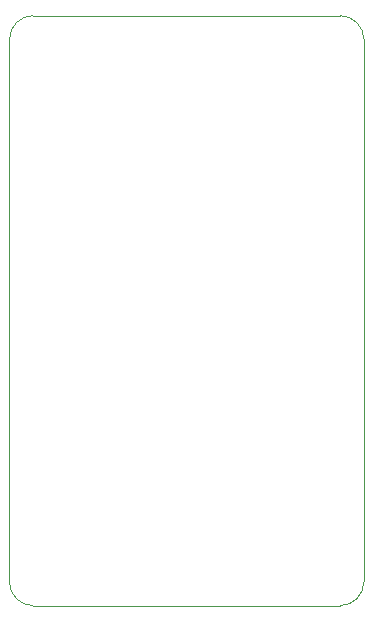
<source format=gko>
G04 #@! TF.FileFunction,Profile,NP*
%FSLAX46Y46*%
G04 Gerber Fmt 4.6, Leading zero omitted, Abs format (unit mm)*
G04 Created by KiCad (PCBNEW 0.201501172016+5377~20~ubuntu14.04.1-product) date Sun 18 Jan 2015 11:08:57 AM PST*
%MOMM*%
G01*
G04 APERTURE LIST*
%ADD10C,0.100000*%
G04 APERTURE END LIST*
D10*
X128000000Y-99950000D02*
G75*
G03X130000000Y-97950000I0J2000000D01*
G01*
X100000000Y-97950000D02*
G75*
G03X102000000Y-99950000I2000000J0D01*
G01*
X130000000Y-52000000D02*
G75*
G03X128000000Y-50000000I-2000000J0D01*
G01*
X102000000Y-50000000D02*
G75*
G03X100000000Y-52000000I0J-2000000D01*
G01*
X128000000Y-50000000D02*
X102000000Y-50000000D01*
X130000000Y-97900000D02*
X130000000Y-52000000D01*
X102000000Y-99950000D02*
X128000000Y-99950000D01*
X100000000Y-52000000D02*
X100000000Y-97900000D01*
M02*

</source>
